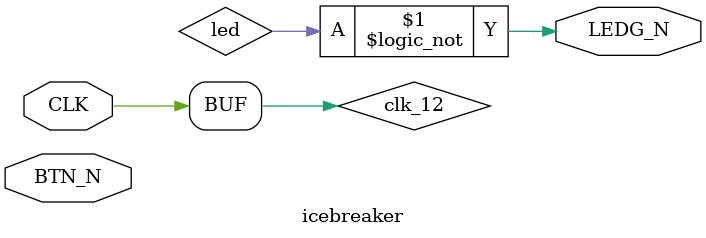
<source format=v>

module icebreaker (
    input  wire CLK,
    input  wire BTN_N,
    output wire LEDG_N
);

wire clk_12 = CLK;
wire clk_50;

wire led;
assign LEDG_N = !led;

// icepll -i 12 -o 50
SB_PLL40_PAD #(
    .FEEDBACK_PATH("SIMPLE"),
    .DIVR(4'd0),
    .DIVF(7'd66),
    .DIVQ(3'd4),
    .FILTER_RANGE(3'd1)
) pll (
    .LOCK(),
    .RESETB(1'b1),
    .BYPASS(1'b0),
    .PACKAGEPIN(clk_12),
    .PLLOUTCORE(clk_50)
);

// blinky #(
//     .ResetValue(5000000)
// ) blinky (
//     .clk_i(clk_50),
//     .rst_ni(BTN_N),
//     .led_o(led)
// );

endmodule

</source>
